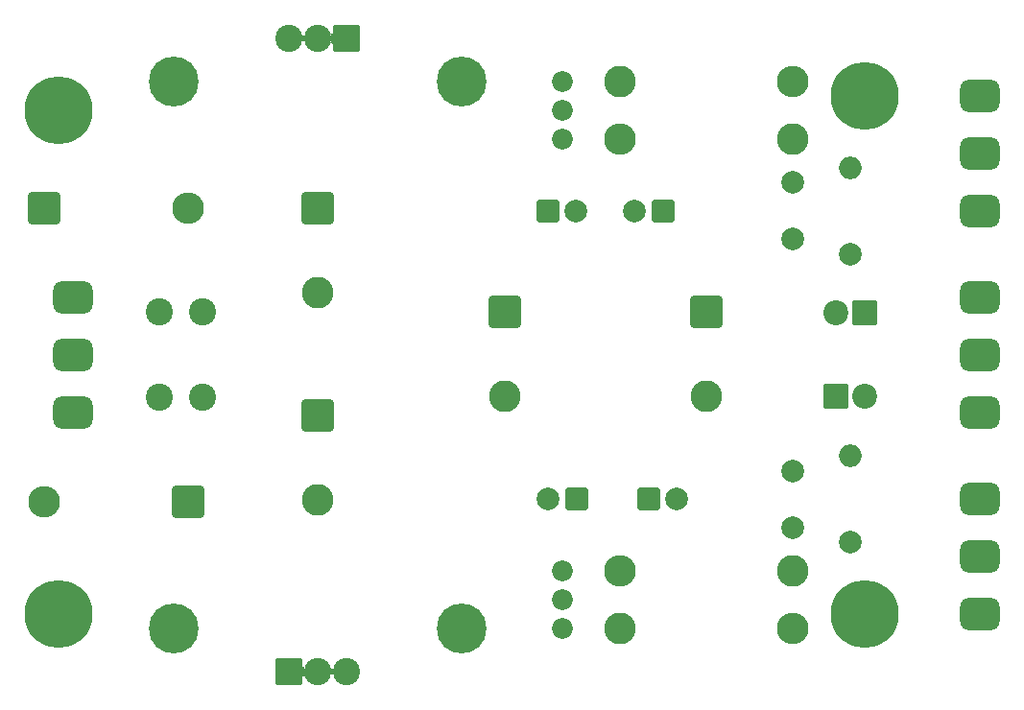
<source format=gbr>
G04 #@! TF.GenerationSoftware,KiCad,Pcbnew,(6.0.0)*
G04 #@! TF.CreationDate,2022-03-06T00:02:08+01:00*
G04 #@! TF.ProjectId,PSU - Filter,50535520-2d20-4466-996c-7465722e6b69,rev?*
G04 #@! TF.SameCoordinates,Original*
G04 #@! TF.FileFunction,Soldermask,Bot*
G04 #@! TF.FilePolarity,Negative*
%FSLAX46Y46*%
G04 Gerber Fmt 4.6, Leading zero omitted, Abs format (unit mm)*
G04 Created by KiCad (PCBNEW (6.0.0)) date 2022-03-06 00:02:08*
%MOMM*%
%LPD*%
G01*
G04 APERTURE LIST*
G04 Aperture macros list*
%AMRoundRect*
0 Rectangle with rounded corners*
0 $1 Rounding radius*
0 $2 $3 $4 $5 $6 $7 $8 $9 X,Y pos of 4 corners*
0 Add a 4 corners polygon primitive as box body*
4,1,4,$2,$3,$4,$5,$6,$7,$8,$9,$2,$3,0*
0 Add four circle primitives for the rounded corners*
1,1,$1+$1,$2,$3*
1,1,$1+$1,$4,$5*
1,1,$1+$1,$6,$7*
1,1,$1+$1,$8,$9*
0 Add four rect primitives between the rounded corners*
20,1,$1+$1,$2,$3,$4,$5,0*
20,1,$1+$1,$4,$5,$6,$7,0*
20,1,$1+$1,$6,$7,$8,$9,0*
20,1,$1+$1,$8,$9,$2,$3,0*%
G04 Aperture macros list end*
%ADD10C,4.400000*%
%ADD11C,6.000000*%
%ADD12RoundRect,0.200000X-1.200000X1.200000X-1.200000X-1.200000X1.200000X-1.200000X1.200000X1.200000X0*%
%ADD13C,2.800000*%
%ADD14C,2.400000*%
%ADD15C,2.000000*%
%ADD16RoundRect,0.835000X0.905000X-0.635000X0.905000X0.635000X-0.905000X0.635000X-0.905000X-0.635000X0*%
%ADD17RoundRect,0.835000X-0.905000X0.635000X-0.905000X-0.635000X0.905000X-0.635000X0.905000X0.635000X0*%
%ADD18RoundRect,0.200000X-0.900000X-0.900000X0.900000X-0.900000X0.900000X0.900000X-0.900000X0.900000X0*%
%ADD19C,2.200000*%
%ADD20O,2.800000X2.800000*%
%ADD21O,2.000000X2.000000*%
%ADD22C,1.840000*%
%ADD23RoundRect,0.200000X1.000000X1.000000X-1.000000X1.000000X-1.000000X-1.000000X1.000000X-1.000000X0*%
%ADD24RoundRect,0.200000X0.900000X0.900000X-0.900000X0.900000X-0.900000X-0.900000X0.900000X-0.900000X0*%
%ADD25RoundRect,0.200000X-1.000000X-1.000000X1.000000X-1.000000X1.000000X1.000000X-1.000000X1.000000X0*%
%ADD26RoundRect,0.200000X-0.800000X-0.800000X0.800000X-0.800000X0.800000X0.800000X-0.800000X0.800000X0*%
%ADD27RoundRect,0.200000X0.800000X0.800000X-0.800000X0.800000X-0.800000X-0.800000X0.800000X-0.800000X0*%
%ADD28RoundRect,0.200000X1.200000X1.200000X-1.200000X1.200000X-1.200000X-1.200000X1.200000X-1.200000X0*%
%ADD29RoundRect,0.200000X-1.200000X-1.200000X1.200000X-1.200000X1.200000X1.200000X-1.200000X1.200000X0*%
G04 APERTURE END LIST*
D10*
X78740000Y-62230000D03*
X104140000Y-62230000D03*
D11*
X68580000Y-109220000D03*
X139700000Y-109220000D03*
X68580000Y-64770000D03*
X139700000Y-63500000D03*
D12*
X125730000Y-82550000D03*
D13*
X125730000Y-90050000D03*
D12*
X91440000Y-91694000D03*
D13*
X91440000Y-99194000D03*
D12*
X91440000Y-73406000D03*
D13*
X91440000Y-80906000D03*
D12*
X107950000Y-82550000D03*
D13*
X107950000Y-90050000D03*
D14*
X81280000Y-90110000D03*
X81280000Y-82610000D03*
X77520800Y-82610000D03*
X77520800Y-90110000D03*
D15*
X133350000Y-71120000D03*
X133350000Y-76120000D03*
X133350000Y-101600000D03*
X133350000Y-96600000D03*
D16*
X149860000Y-73660000D03*
X149860000Y-68580000D03*
X149860000Y-63500000D03*
X149860000Y-91440000D03*
X149860000Y-86360000D03*
X149860000Y-81280000D03*
X149860000Y-109220000D03*
X149860000Y-104140000D03*
X149860000Y-99060000D03*
D17*
X69850000Y-81280000D03*
X69850000Y-86360000D03*
X69850000Y-91440000D03*
D18*
X137155000Y-90056666D03*
D19*
X139695000Y-90056666D03*
D13*
X133350000Y-67310000D03*
D20*
X118110000Y-67310000D03*
D13*
X118110000Y-62230000D03*
D20*
X133350000Y-62230000D03*
D13*
X133350000Y-105410000D03*
D20*
X118110000Y-105410000D03*
D13*
X118110000Y-110490000D03*
D20*
X133350000Y-110490000D03*
D15*
X138430000Y-77470000D03*
D21*
X138430000Y-69850000D03*
D15*
X138430000Y-102870000D03*
D21*
X138430000Y-95250000D03*
D22*
X113030000Y-62230000D03*
X113030000Y-64770000D03*
X113030000Y-67310000D03*
X113030000Y-110490000D03*
X113030000Y-107950000D03*
X113030000Y-105410000D03*
D23*
X93980000Y-58420000D03*
D14*
X91440000Y-58420000D03*
X88900000Y-58420000D03*
D24*
X139705000Y-82663333D03*
D19*
X137165000Y-82663333D03*
D25*
X88900000Y-114300000D03*
D14*
X91440000Y-114300000D03*
X93980000Y-114300000D03*
D10*
X104140000Y-110490000D03*
X78740000Y-110490000D03*
D26*
X111760000Y-73660000D03*
D15*
X114260000Y-73660000D03*
D27*
X121920000Y-73660000D03*
D15*
X119420000Y-73660000D03*
D26*
X120650000Y-99060000D03*
D15*
X123150000Y-99060000D03*
D27*
X114300000Y-99060000D03*
D15*
X111800000Y-99060000D03*
D28*
X80010000Y-99314000D03*
D20*
X67310000Y-99314000D03*
D29*
X67310000Y-73406000D03*
D20*
X80010000Y-73406000D03*
G36*
X90101919Y-113781735D02*
G01*
X90121595Y-113848747D01*
X90173938Y-113894102D01*
X90242491Y-113903959D01*
X90305564Y-113875154D01*
X90327883Y-113845584D01*
X90329724Y-113844804D01*
X90331321Y-113846009D01*
X90331389Y-113847382D01*
X90268187Y-114050924D01*
X90242419Y-114268638D01*
X90256758Y-114487411D01*
X90310723Y-114699897D01*
X90356919Y-114800103D01*
X90356736Y-114802094D01*
X90354920Y-114802932D01*
X90353290Y-114801785D01*
X90336596Y-114765985D01*
X90290628Y-114713779D01*
X90224024Y-114694795D01*
X90157729Y-114714834D01*
X90112738Y-114767596D01*
X90101956Y-114818123D01*
X90100617Y-114819609D01*
X90098661Y-114819191D01*
X90098000Y-114817706D01*
X90098000Y-113782298D01*
X90099000Y-113780566D01*
X90101000Y-113780566D01*
X90101919Y-113781735D01*
G37*
G36*
X92565690Y-113881805D02*
G01*
X92568996Y-113888896D01*
X92569115Y-113889223D01*
X92591118Y-113971339D01*
X92627320Y-114030733D01*
X92689617Y-114060994D01*
X92758386Y-114052773D01*
X92811890Y-114008596D01*
X92828353Y-113972546D01*
X92829982Y-113971386D01*
X92831801Y-113972217D01*
X92832082Y-113973970D01*
X92808187Y-114050924D01*
X92782419Y-114268638D01*
X92796758Y-114487411D01*
X92832037Y-114626323D01*
X92831495Y-114628248D01*
X92829556Y-114628740D01*
X92828391Y-114627856D01*
X92792680Y-114569267D01*
X92730383Y-114539006D01*
X92661614Y-114547227D01*
X92608110Y-114591404D01*
X92596460Y-114616914D01*
X92594831Y-114618074D01*
X92593012Y-114617243D01*
X92592747Y-114615440D01*
X92604892Y-114579663D01*
X92636359Y-114362633D01*
X92637998Y-114300072D01*
X92617931Y-114081682D01*
X92561952Y-113883193D01*
X92562444Y-113881254D01*
X92564369Y-113880712D01*
X92565690Y-113881805D01*
G37*
G36*
X92781339Y-57900809D02*
G01*
X92782000Y-57902294D01*
X92782000Y-58937702D01*
X92781000Y-58939434D01*
X92779000Y-58939434D01*
X92778081Y-58938265D01*
X92758405Y-58871253D01*
X92706062Y-58825898D01*
X92637509Y-58816041D01*
X92574436Y-58844846D01*
X92547704Y-58880263D01*
X92545863Y-58881043D01*
X92544266Y-58879838D01*
X92544214Y-58878415D01*
X92604892Y-58699663D01*
X92636359Y-58482633D01*
X92637998Y-58420072D01*
X92617931Y-58201682D01*
X92558422Y-57990679D01*
X92543111Y-57959631D01*
X92543242Y-57957635D01*
X92545036Y-57956750D01*
X92546406Y-57957424D01*
X92589372Y-58006221D01*
X92655976Y-58025205D01*
X92722271Y-58005166D01*
X92767262Y-57952404D01*
X92778044Y-57901877D01*
X92779383Y-57900391D01*
X92781339Y-57900809D01*
G37*
G36*
X90025690Y-58001805D02*
G01*
X90028996Y-58008896D01*
X90029115Y-58009223D01*
X90051118Y-58091339D01*
X90087320Y-58150733D01*
X90149617Y-58180994D01*
X90218386Y-58172773D01*
X90271890Y-58128596D01*
X90288353Y-58092546D01*
X90289982Y-58091386D01*
X90291801Y-58092217D01*
X90292082Y-58093970D01*
X90268187Y-58170924D01*
X90242419Y-58388638D01*
X90256758Y-58607411D01*
X90292037Y-58746323D01*
X90291495Y-58748248D01*
X90289556Y-58748740D01*
X90288391Y-58747856D01*
X90252680Y-58689267D01*
X90190383Y-58659006D01*
X90121614Y-58667227D01*
X90068110Y-58711404D01*
X90056460Y-58736914D01*
X90054831Y-58738074D01*
X90053012Y-58737243D01*
X90052747Y-58735440D01*
X90064892Y-58699663D01*
X90096359Y-58482633D01*
X90097998Y-58420072D01*
X90077931Y-58201682D01*
X90021952Y-58003193D01*
X90022444Y-58001254D01*
X90024369Y-58000712D01*
X90025690Y-58001805D01*
G37*
M02*

</source>
